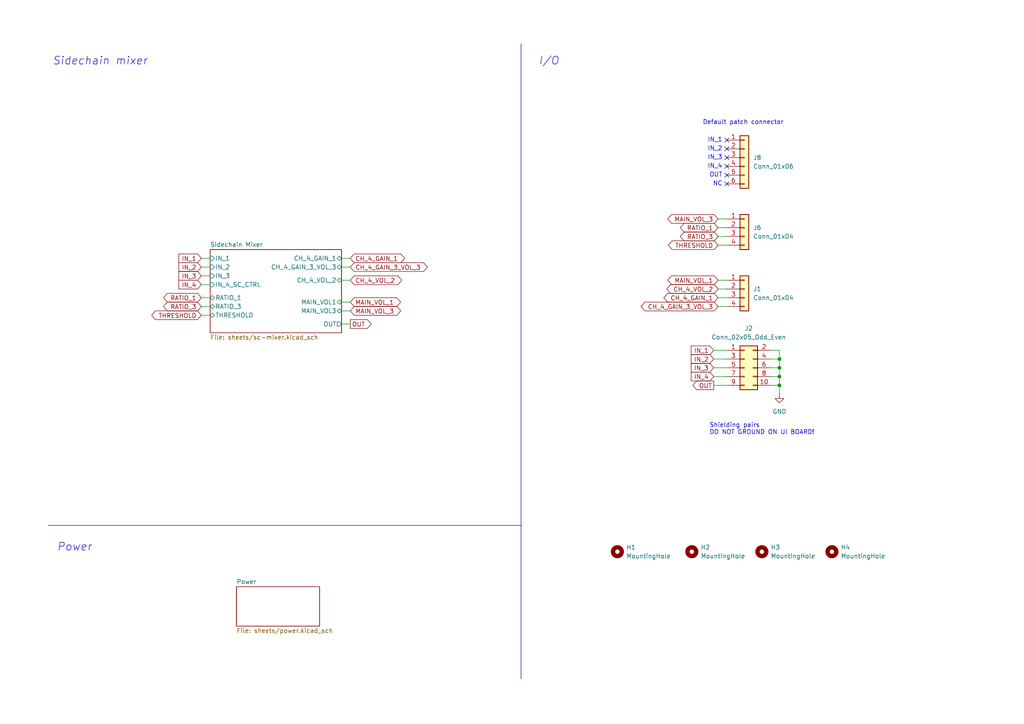
<source format=kicad_sch>
(kicad_sch (version 20250114) (generator "eeschema") (generator_version "9.0")
  (paper "A4")
  (lib_symbols
    (symbol "Connector_Generic:Conn_01x04" (pin_names (offset 1.016) (hide yes))
      (property "Reference" "J" (at 0 5.08 0))
      (property "Value" "Conn_01x04" (at 0 -7.62 0))
      (symbol "Conn_01x04_1_1"
        (rectangle (start -1.27 3.81) (end 1.27 -6.35) (stroke (width 0.254)) (fill (type background)))
        (rectangle (start -1.27 2.667) (end 0 2.413) (stroke (width 0.1524)))
        (rectangle (start -1.27 0.127) (end 0 -0.127) (stroke (width 0.1524)))
        (rectangle (start -1.27 -2.413) (end 0 -2.667) (stroke (width 0.1524)))
        (rectangle (start -1.27 -4.953) (end 0 -5.207) (stroke (width 0.1524)))
        (pin passive line (at -5.08 2.54 0) (length 3.81) (name "Pin_1") (number "1"))
        (pin passive line (at -5.08 0 0) (length 3.81) (name "Pin_2") (number "2"))
        (pin passive line (at -5.08 -2.54 0) (length 3.81) (name "Pin_3") (number "3"))
        (pin passive line (at -5.08 -5.08 0) (length 3.81) (name "Pin_4") (number "4"))
      )
    )
    (symbol "Connector_Generic:Conn_01x06" (pin_names (offset 1.016) (hide yes))
      (property "Reference" "J" (at 0 7.62 0))
      (property "Value" "Conn_01x06" (at 0 -10.16 0))
      (symbol "Conn_01x06_1_1"
        (rectangle (start -1.27 6.35) (end 1.27 -8.89) (stroke (width 0.254)) (fill (type background)))
        (rectangle (start -1.27 5.207) (end 0 4.953) (stroke (width 0.1524)))
        (rectangle (start -1.27 2.667) (end 0 2.413) (stroke (width 0.1524)))
        (rectangle (start -1.27 0.127) (end 0 -0.127) (stroke (width 0.1524)))
        (rectangle (start -1.27 -2.413) (end 0 -2.667) (stroke (width 0.1524)))
        (rectangle (start -1.27 -4.953) (end 0 -5.207) (stroke (width 0.1524)))
        (rectangle (start -1.27 -7.493) (end 0 -7.747) (stroke (width 0.1524)))
        (pin passive line (at -5.08 5.08 0) (length 3.81) (name "Pin_1") (number "1"))
        (pin passive line (at -5.08 2.54 0) (length 3.81) (name "Pin_2") (number "2"))
        (pin passive line (at -5.08 0 0) (length 3.81) (name "Pin_3") (number "3"))
        (pin passive line (at -5.08 -2.54 0) (length 3.81) (name "Pin_4") (number "4"))
        (pin passive line (at -5.08 -5.08 0) (length 3.81) (name "Pin_5") (number "5"))
        (pin passive line (at -5.08 -7.62 0) (length 3.81) (name "Pin_6") (number "6"))
      )
    )
    (symbol "Connector_Generic:Conn_02x05_Odd_Even" (pin_names (offset 1.016) (hide yes))
      (property "Reference" "J" (at 1.27 7.62 0))
      (property "Value" "Conn_02x05_Odd_Even" (at 1.27 -7.62 0))
      (symbol "Conn_02x05_Odd_Even_1_1"
        (rectangle (start -1.27 6.35) (end 3.81 -6.35) (stroke (width 0.254)) (fill (type background)))
        (rectangle (start -1.27 5.207) (end 0 4.953) (stroke (width 0.1524)))
        (rectangle (start -1.27 2.667) (end 0 2.413) (stroke (width 0.1524)))
        (rectangle (start -1.27 0.127) (end 0 -0.127) (stroke (width 0.1524)))
        (rectangle (start -1.27 -2.413) (end 0 -2.667) (stroke (width 0.1524)))
        (rectangle (start -1.27 -4.953) (end 0 -5.207) (stroke (width 0.1524)))
        (rectangle (start 3.81 5.207) (end 2.54 4.953) (stroke (width 0.1524)))
        (rectangle (start 3.81 2.667) (end 2.54 2.413) (stroke (width 0.1524)))
        (rectangle (start 3.81 0.127) (end 2.54 -0.127) (stroke (width 0.1524)))
        (rectangle (start 3.81 -2.413) (end 2.54 -2.667) (stroke (width 0.1524)))
        (rectangle (start 3.81 -4.953) (end 2.54 -5.207) (stroke (width 0.1524)))
        (pin passive line (at -5.08 5.08 0) (length 3.81) (name "Pin_1") (number "1"))
        (pin passive line (at -5.08 2.54 0) (length 3.81) (name "Pin_3") (number "3"))
        (pin passive line (at -5.08 0 0) (length 3.81) (name "Pin_5") (number "5"))
        (pin passive line (at -5.08 -2.54 0) (length 3.81) (name "Pin_7") (number "7"))
        (pin passive line (at -5.08 -5.08 0) (length 3.81) (name "Pin_9") (number "9"))
        (pin passive line (at 7.62 5.08 180) (length 3.81) (name "Pin_2") (number "2"))
        (pin passive line (at 7.62 2.54 180) (length 3.81) (name "Pin_4") (number "4"))
        (pin passive line (at 7.62 0 180) (length 3.81) (name "Pin_6") (number "6"))
        (pin passive line (at 7.62 -2.54 180) (length 3.81) (name "Pin_8") (number "8"))
        (pin passive line (at 7.62 -5.08 180) (length 3.81) (name "Pin_10") (number "10"))
      )
    )
    (symbol "Mechanical:MountingHole" (pin_names (offset 1.016)) (in_bom no)
      (property "Reference" "H" (at 0 5.08 0))
      (property "Value" "MountingHole" (at 0 3.175 0))
      (symbol "MountingHole_0_1"
        (circle (center 0 0) (radius 1.27) (stroke (width 1.27)))
      )
    )
    (symbol "power:GND" (power) (pin_numbers (hide yes)) (pin_names (offset 0) (hide yes))
      (property "Value" "GND" (at 0 -3.81 0))
      (symbol "GND_0_1"
        (polyline (pts (xy 0 0) (xy 0 -1.27) (xy 1.27 -1.27) (xy 0 -2.54) (xy -1.27 -1.27) (xy 0 -1.27)))
      )
      (symbol "GND_1_1"
        (pin power_in line (at 0 0 270) (length 0) (name "~") (number "1"))
      )
    )
  )
  (text "Power" (at 16.51 158.75 0) (effects (font (size 2.27 2.27) (italic yes)) (justify left)))
  (text "IN_3" (at 209.55 45.72 0) (effects (font (size 1.27 1.27)) (justify right)))
  (text "Default patch connector" (at 227.33 35.56 0) (effects (font (size 1.27 1.27)) (justify right)))
  (text "NC" (at 209.55 53.34 0) (effects (font (size 1.27 1.27)) (justify right)))
  (text "IN_1" (at 209.55 40.64 0) (effects (font (size 1.27 1.27)) (justify right)))
  (text "Shielding pairs\nDO NOT GROUND ON UI BOARD!" (at 205.74 124.46 0) (effects (font (size 1.27 1.27)) (justify left)))
  (text "OUT" (at 209.55 50.8 0) (effects (font (size 1.27 1.27)) (justify right)))
  (text "Sidechain mixer" (at 15.24 17.78 0) (effects (font (size 2.27 2.27) (italic yes)) (justify left)))
  (text "IN_2" (at 209.55 43.18 0) (effects (font (size 1.27 1.27)) (justify right)))
  (text "I/O" (at 156.21 17.78 0) (effects (font (size 2.27 2.27) (italic yes)) (justify left)))
  (text "IN_4" (at 209.55 48.26 0) (effects (font (size 1.27 1.27)) (justify right)))
  (junction (at 226.06 109.22))
  (junction (at 226.06 106.68))
  (junction (at 226.06 104.14))
  (junction (at 226.06 111.76))
  (no_connect (at 210.82 53.34))
  (no_connect (at 210.82 40.64))
  (no_connect (at 210.82 48.26))
  (no_connect (at 210.82 43.18))
  (no_connect (at 210.82 50.8))
  (no_connect (at 210.82 45.72))
  (wire (pts (xy 101.6 93.98) (xy 99.06 93.98)))
  (wire (pts (xy 58.42 91.44) (xy 60.96 91.44)))
  (wire (pts (xy 58.42 80.01) (xy 60.96 80.01)))
  (wire (pts (xy 226.06 109.22) (xy 226.06 111.76)))
  (wire (pts (xy 208.28 83.82) (xy 210.82 83.82)))
  (wire (pts (xy 58.42 86.36) (xy 60.96 86.36)))
  (wire (pts (xy 207.01 111.76) (xy 210.82 111.76)))
  (wire (pts (xy 223.52 111.76) (xy 226.06 111.76)))
  (wire (pts (xy 223.52 104.14) (xy 226.06 104.14)))
  (wire (pts (xy 226.06 101.6) (xy 226.06 104.14)))
  (wire (pts (xy 226.06 106.68) (xy 226.06 109.22)))
  (wire (pts (xy 101.6 90.17) (xy 99.06 90.17)))
  (wire (pts (xy 207.01 101.6) (xy 210.82 101.6)))
  (wire (pts (xy 208.28 71.12) (xy 210.82 71.12)))
  (wire (pts (xy 207.01 109.22) (xy 210.82 109.22)))
  (wire (pts (xy 208.28 86.36) (xy 210.82 86.36)))
  (wire (pts (xy 101.6 87.63) (xy 99.06 87.63)))
  (wire (pts (xy 58.42 88.9) (xy 60.96 88.9)))
  (wire (pts (xy 58.42 74.93) (xy 60.96 74.93)))
  (wire (pts (xy 208.28 66.04) (xy 210.82 66.04)))
  (wire (pts (xy 223.52 101.6) (xy 226.06 101.6)))
  (wire (pts (xy 223.52 109.22) (xy 226.06 109.22)))
  (wire (pts (xy 226.06 104.14) (xy 226.06 106.68)))
  (wire (pts (xy 207.01 104.14) (xy 210.82 104.14)))
  (wire (pts (xy 208.28 68.58) (xy 210.82 68.58)))
  (wire (pts (xy 226.06 111.76) (xy 226.06 114.3)))
  (wire (pts (xy 208.28 63.5) (xy 210.82 63.5)))
  (wire (pts (xy 223.52 106.68) (xy 226.06 106.68)))
  (wire (pts (xy 58.42 77.47) (xy 60.96 77.47)))
  (wire (pts (xy 58.42 82.55) (xy 60.96 82.55)))
  (wire (pts (xy 101.6 81.28) (xy 99.06 81.28)))
  (wire (pts (xy 208.28 88.9) (xy 210.82 88.9)))
  (wire (pts (xy 207.01 106.68) (xy 210.82 106.68)))
  (polyline (pts (xy 151.13 12.7) (xy 151.13 196.85)))
  (wire (pts (xy 208.28 81.28) (xy 210.82 81.28)))
  (polyline (pts (xy 13.97 152.4) (xy 151.13 152.4)))
  (wire (pts (xy 101.6 74.93) (xy 99.06 74.93)))
  (wire (pts (xy 101.6 77.47) (xy 99.06 77.47)))
  (global_label "IN_3" (shape input) (at 207.01 106.68 180) (property "Intersheetrefs" "${INTERSHEET_REFS}" (effects (hide yes))))
  (global_label "CH_4_GAIN_1" (shape bidirectional) (at 101.6 74.93 0) (property "Intersheetrefs" "${INTERSHEET_REFS}" (effects (hide yes))))
  (global_label "IN_4" (shape input) (at 207.01 109.22 180) (property "Intersheetrefs" "${INTERSHEET_REFS}" (effects (hide yes))))
  (global_label "OUT" (shape output) (at 207.01 111.76 180) (property "Intersheetrefs" "${INTERSHEET_REFS}" (effects (hide yes))))
  (global_label "OUT" (shape output) (at 101.6 93.98 0) (property "Intersheetrefs" "${INTERSHEET_REFS}" (effects (hide yes))))
  (global_label "IN_2" (shape input) (at 58.42 77.47 180) (property "Intersheetrefs" "${INTERSHEET_REFS}" (effects (hide yes))))
  (global_label "THRESHOLD" (shape bidirectional) (at 58.42 91.44 180) (property "Intersheetrefs" "${INTERSHEET_REFS}" (effects (hide yes))))
  (global_label "CH_4_GAIN_3_VOL_3" (shape bidirectional) (at 208.28 88.9 180) (property "Intersheetrefs" "${INTERSHEET_REFS}" (effects (hide yes))))
  (global_label "MAIN_VOL_3" (shape bidirectional) (at 101.6 90.17 0) (property "Intersheetrefs" "${INTERSHEET_REFS}" (effects (hide yes))))
  (global_label "MAIN_VOL_3" (shape bidirectional) (at 208.28 63.5 180) (property "Intersheetrefs" "${INTERSHEET_REFS}" (effects (hide yes))))
  (global_label "IN_1" (shape input) (at 58.42 74.93 180) (property "Intersheetrefs" "${INTERSHEET_REFS}" (effects (hide yes))))
  (global_label "RATIO_3" (shape bidirectional) (at 58.42 88.9 180) (property "Intersheetrefs" "${INTERSHEET_REFS}" (effects (hide yes))))
  (global_label "RATIO_1" (shape bidirectional) (at 208.28 66.04 180) (property "Intersheetrefs" "${INTERSHEET_REFS}" (effects (hide yes))))
  (global_label "CH_4_GAIN_1" (shape bidirectional) (at 208.28 86.36 180) (property "Intersheetrefs" "${INTERSHEET_REFS}" (effects (hide yes))))
  (global_label "IN_4" (shape input) (at 58.42 82.55 180) (property "Intersheetrefs" "${INTERSHEET_REFS}" (effects (hide yes))))
  (global_label "RATIO_3" (shape bidirectional) (at 208.28 68.58 180) (property "Intersheetrefs" "${INTERSHEET_REFS}" (effects (hide yes))))
  (global_label "THRESHOLD" (shape bidirectional) (at 208.28 71.12 180) (property "Intersheetrefs" "${INTERSHEET_REFS}" (effects (hide yes))))
  (global_label "CH_4_VOL_2" (shape bidirectional) (at 101.6 81.28 0) (property "Intersheetrefs" "${INTERSHEET_REFS}" (effects (hide yes))))
  (global_label "IN_2" (shape input) (at 207.01 104.14 180) (property "Intersheetrefs" "${INTERSHEET_REFS}" (effects (hide yes))))
  (global_label "CH_4_GAIN_3_VOL_3" (shape bidirectional) (at 101.6 77.47 0) (property "Intersheetrefs" "${INTERSHEET_REFS}" (effects (hide yes))))
  (global_label "CH_4_VOL_2" (shape bidirectional) (at 208.28 83.82 180) (property "Intersheetrefs" "${INTERSHEET_REFS}" (effects (hide yes))))
  (global_label "MAIN_VOL_1" (shape bidirectional) (at 208.28 81.28 180) (property "Intersheetrefs" "${INTERSHEET_REFS}" (effects (hide yes))))
  (global_label "MAIN_VOL_1" (shape bidirectional) (at 101.6 87.63 0) (property "Intersheetrefs" "${INTERSHEET_REFS}" (effects (hide yes))))
  (global_label "IN_1" (shape input) (at 207.01 101.6 180) (property "Intersheetrefs" "${INTERSHEET_REFS}" (effects (hide yes))))
  (global_label "RATIO_1" (shape bidirectional) (at 58.42 86.36 180) (property "Intersheetrefs" "${INTERSHEET_REFS}" (effects (hide yes))))
  (global_label "IN_3" (shape input) (at 58.42 80.01 180) (property "Intersheetrefs" "${INTERSHEET_REFS}" (effects (hide yes))))
  (symbol (lib_id "Connector_Generic:Conn_01x04") (at 215.9 66.04 0) (unit 1)
    (property "Reference" "J6" (at 218.44 66.0399 0) (effects (justify left)))
    (property "Value" "Conn_01x04" (at 218.44 68.5799 0) (effects (justify left)))
    (property "Footprint" "Connector_PinHeader_2.54mm:PinHeader_1x04_P2.54mm_Vertical" (effects (hide yes)))
    (property "Description" "Generic connector, single row, 01x04, script generated (kicad-library-utils/schlib/autogen/connector/)" (effects (hide yes)))
  )
  (symbol (lib_id "power:GND") (at 226.06 114.3 0) (unit 1)
    (property "Reference" "#PWR01" (effects (hide yes)))
    (property "Value" "GND" (at 226.06 119.38 0))
    (property "Description" "Power symbol creates a global label with name \"GND\" , ground" (effects (hide yes)))
  )
  (symbol (lib_id "Mechanical:MountingHole") (at 200.66 160.02 0) (unit 1) (in_bom no)
    (property "Reference" "H2" (at 203.2 158.7499 0) (effects (justify left)))
    (property "Value" "MountingHole" (at 203.2 161.2899 0) (effects (justify left)))
    (property "Footprint" "MountingHole:MountingHole_3.2mm_M3_DIN965_Pad" (effects (hide yes)))
    (property "Description" "Mounting Hole without connection" (effects (hide yes)))
  )
  (symbol (lib_id "Mechanical:MountingHole") (at 179.07 160.02 0) (unit 1) (in_bom no)
    (property "Reference" "H1" (at 181.61 158.7499 0) (effects (justify left)))
    (property "Value" "MountingHole" (at 181.61 161.2899 0) (effects (justify left)))
    (property "Footprint" "MountingHole:MountingHole_3.2mm_M3_DIN965_Pad" (effects (hide yes)))
    (property "Description" "Mounting Hole without connection" (effects (hide yes)))
  )
  (symbol (lib_id "Connector_Generic:Conn_01x06") (at 215.9 45.72 0) (unit 1)
    (property "Reference" "J8" (at 218.44 45.7199 0) (effects (justify left)))
    (property "Value" "Conn_01x06" (at 218.44 48.2599 0) (effects (justify left)))
    (property "Footprint" "Connector_PinHeader_2.54mm:PinHeader_1x06_P2.54mm_Vertical" (effects (hide yes)))
    (property "Description" "Generic connector, single row, 01x06, script generated (kicad-library-utils/schlib/autogen/connector/)" (effects (hide yes)))
    (property "Vendor" "Mouser" (effects (hide yes)))
  )
  (symbol (lib_id "Connector_Generic:Conn_02x05_Odd_Even") (at 215.9 106.68 0) (unit 1)
    (property "Reference" "J2" (at 217.17 95.25 0))
    (property "Value" "Conn_02x05_Odd_Even" (at 217.17 97.79 0))
    (property "Footprint" "Connector_PinHeader_2.54mm:PinHeader_2x05_P2.54mm_Vertical" (effects (hide yes)))
    (property "Description" "Generic connector, double row, 02x05, odd/even pin numbering scheme (row 1 odd numbers, row 2 even numbers), script generated (kicad-library-utils/schlib/autogen/connector/)" (effects (hide yes)))
    (property "Vendor" "Mouser" (effects (hide yes)))
  )
  (symbol (lib_id "Mechanical:MountingHole") (at 220.98 160.02 0) (unit 1) (in_bom no)
    (property "Reference" "H3" (at 223.52 158.7499 0) (effects (justify left)))
    (property "Value" "MountingHole" (at 223.52 161.2899 0) (effects (justify left)))
    (property "Footprint" "MountingHole:MountingHole_3.2mm_M3_DIN965_Pad" (effects (hide yes)))
    (property "Description" "Mounting Hole without connection" (effects (hide yes)))
  )
  (symbol (lib_id "Mechanical:MountingHole") (at 241.3 160.02 0) (unit 1) (in_bom no)
    (property "Reference" "H4" (at 243.84 158.7499 0) (effects (justify left)))
    (property "Value" "MountingHole" (at 243.84 161.2899 0) (effects (justify left)))
    (property "Footprint" "MountingHole:MountingHole_3.2mm_M3_DIN965_Pad" (effects (hide yes)))
    (property "Description" "Mounting Hole without connection" (effects (hide yes)))
  )
  (symbol (lib_id "Connector_Generic:Conn_01x04") (at 215.9 83.82 0) (unit 1)
    (property "Reference" "J1" (at 218.44 83.8199 0) (effects (justify left)))
    (property "Value" "Conn_01x04" (at 218.44 86.3599 0) (effects (justify left)))
    (property "Footprint" "Connector_PinHeader_2.54mm:PinHeader_1x04_P2.54mm_Vertical" (effects (hide yes)))
    (property "Description" "Generic connector, single row, 01x04, script generated (kicad-library-utils/schlib/autogen/connector/)" (effects (hide yes)))
  )
  (sheet (at 60.96 72.39) (size 38.1 24.13) (stroke (width 0.1524))
    (property "Sheetname" "Sidechain Mixer" (at 60.96 71.6784 0) (effects (justify left bottom)))
    (property "Sheetfile" "sheets/sc-mixer.kicad_sch" (at 60.96 97.1046 0) (effects (justify left top)))
    (pin "CH_4_GAIN_1" bidirectional (at 99.06 74.93 0))
    (pin "CH_4_VOL_2" bidirectional (at 99.06 81.28 0))
    (pin "IN_1" input (at 60.96 74.93 180))
    (pin "IN_2" input (at 60.96 77.47 180))
    (pin "IN_3" input (at 60.96 80.01 180))
    (pin "IN_4_SC_CTRL" input (at 60.96 82.55 180))
    (pin "MAIN_VOL1" bidirectional (at 99.06 87.63 0))
    (pin "MAIN_VOL3" bidirectional (at 99.06 90.17 0))
    (pin "OUT" output (at 99.06 93.98 0))
    (pin "RATIO_1" bidirectional (at 60.96 86.36 180))
    (pin "RATIO_3" bidirectional (at 60.96 88.9 180))
    (pin "THRESHOLD" bidirectional (at 60.96 91.44 180))
    (pin "CH_4_GAIN_3_VOL_3" bidirectional (at 99.06 77.47 0))
  )
  (sheet (at 68.58 170.18) (size 24.13 11.43) (stroke (width 0.1524))
    (property "Sheetname" "Power" (at 68.58 169.4684 0) (effects (justify left bottom)))
    (property "Sheetfile" "sheets/power.kicad_sch" (at 68.58 182.1946 0) (effects (justify left top)))
  )
)
</source>
